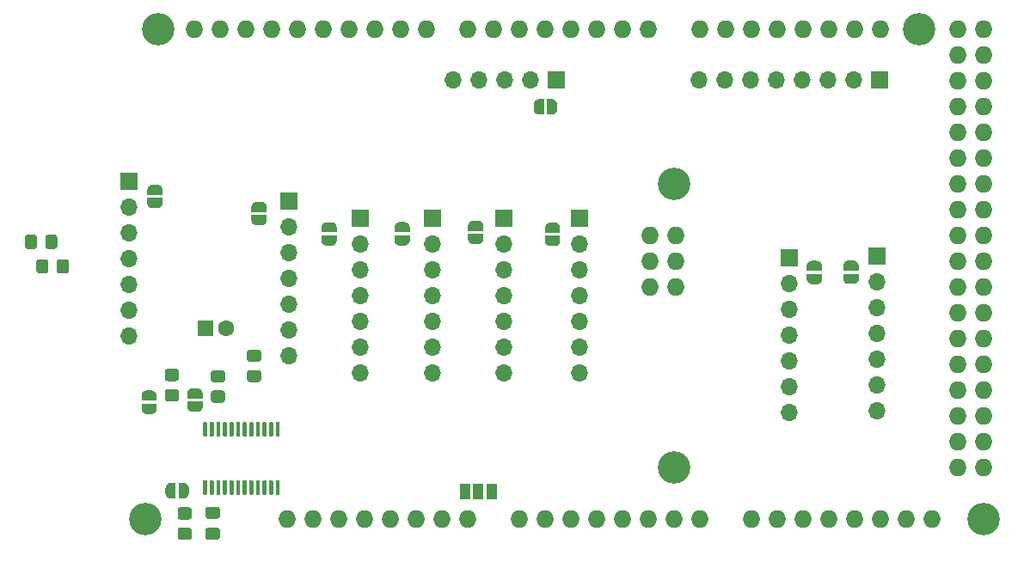
<source format=gbr>
%TF.GenerationSoftware,KiCad,Pcbnew,(5.1.10)-1*%
%TF.CreationDate,2022-02-23T23:36:43+01:00*%
%TF.ProjectId,E-nose,452d6e6f-7365-42e6-9b69-6361645f7063,rev?*%
%TF.SameCoordinates,Original*%
%TF.FileFunction,Soldermask,Bot*%
%TF.FilePolarity,Negative*%
%FSLAX46Y46*%
G04 Gerber Fmt 4.6, Leading zero omitted, Abs format (unit mm)*
G04 Created by KiCad (PCBNEW (5.1.10)-1) date 2022-02-23 23:36:43*
%MOMM*%
%LPD*%
G01*
G04 APERTURE LIST*
%ADD10C,0.100000*%
%ADD11O,1.727200X1.727200*%
%ADD12C,3.200000*%
%ADD13R,1.000000X1.500000*%
%ADD14R,1.600000X1.600000*%
%ADD15C,1.600000*%
%ADD16R,1.700000X1.700000*%
%ADD17O,1.700000X1.700000*%
G04 APERTURE END LIST*
D10*
%TO.C,JP6*%
G36*
X126974502Y-77251800D02*
G01*
X126974502Y-77227266D01*
X126979312Y-77178435D01*
X126988884Y-77130310D01*
X127003128Y-77083355D01*
X127021905Y-77038022D01*
X127045036Y-76994749D01*
X127072296Y-76953950D01*
X127103424Y-76916021D01*
X127138121Y-76881324D01*
X127176050Y-76850196D01*
X127216849Y-76822936D01*
X127260122Y-76799805D01*
X127305455Y-76781028D01*
X127352410Y-76766784D01*
X127400535Y-76757212D01*
X127449366Y-76752402D01*
X127473900Y-76752402D01*
X127473900Y-76751800D01*
X127973900Y-76751800D01*
X127973900Y-76752402D01*
X127998434Y-76752402D01*
X128047265Y-76757212D01*
X128095390Y-76766784D01*
X128142345Y-76781028D01*
X128187678Y-76799805D01*
X128230951Y-76822936D01*
X128271750Y-76850196D01*
X128309679Y-76881324D01*
X128344376Y-76916021D01*
X128375504Y-76953950D01*
X128402764Y-76994749D01*
X128425895Y-77038022D01*
X128444672Y-77083355D01*
X128458916Y-77130310D01*
X128468488Y-77178435D01*
X128473298Y-77227266D01*
X128473298Y-77251800D01*
X128473900Y-77251800D01*
X128473900Y-77751800D01*
X126973900Y-77751800D01*
X126973900Y-77251800D01*
X126974502Y-77251800D01*
G37*
G36*
X128473900Y-78051800D02*
G01*
X128473900Y-78551800D01*
X128473298Y-78551800D01*
X128473298Y-78576334D01*
X128468488Y-78625165D01*
X128458916Y-78673290D01*
X128444672Y-78720245D01*
X128425895Y-78765578D01*
X128402764Y-78808851D01*
X128375504Y-78849650D01*
X128344376Y-78887579D01*
X128309679Y-78922276D01*
X128271750Y-78953404D01*
X128230951Y-78980664D01*
X128187678Y-79003795D01*
X128142345Y-79022572D01*
X128095390Y-79036816D01*
X128047265Y-79046388D01*
X127998434Y-79051198D01*
X127973900Y-79051198D01*
X127973900Y-79051800D01*
X127473900Y-79051800D01*
X127473900Y-79051198D01*
X127449366Y-79051198D01*
X127400535Y-79046388D01*
X127352410Y-79036816D01*
X127305455Y-79022572D01*
X127260122Y-79003795D01*
X127216849Y-78980664D01*
X127176050Y-78953404D01*
X127138121Y-78922276D01*
X127103424Y-78887579D01*
X127072296Y-78849650D01*
X127045036Y-78808851D01*
X127021905Y-78765578D01*
X127003128Y-78720245D01*
X126988884Y-78673290D01*
X126979312Y-78625165D01*
X126974502Y-78576334D01*
X126974502Y-78551800D01*
X126973900Y-78551800D01*
X126973900Y-78051800D01*
X128473900Y-78051800D01*
G37*
%TD*%
%TO.C,JP7*%
G36*
X133870602Y-79256100D02*
G01*
X133870602Y-79231566D01*
X133875412Y-79182735D01*
X133884984Y-79134610D01*
X133899228Y-79087655D01*
X133918005Y-79042322D01*
X133941136Y-78999049D01*
X133968396Y-78958250D01*
X133999524Y-78920321D01*
X134034221Y-78885624D01*
X134072150Y-78854496D01*
X134112949Y-78827236D01*
X134156222Y-78804105D01*
X134201555Y-78785328D01*
X134248510Y-78771084D01*
X134296635Y-78761512D01*
X134345466Y-78756702D01*
X134370000Y-78756702D01*
X134370000Y-78756100D01*
X134870000Y-78756100D01*
X134870000Y-78756702D01*
X134894534Y-78756702D01*
X134943365Y-78761512D01*
X134991490Y-78771084D01*
X135038445Y-78785328D01*
X135083778Y-78804105D01*
X135127051Y-78827236D01*
X135167850Y-78854496D01*
X135205779Y-78885624D01*
X135240476Y-78920321D01*
X135271604Y-78958250D01*
X135298864Y-78999049D01*
X135321995Y-79042322D01*
X135340772Y-79087655D01*
X135355016Y-79134610D01*
X135364588Y-79182735D01*
X135369398Y-79231566D01*
X135369398Y-79256100D01*
X135370000Y-79256100D01*
X135370000Y-79756100D01*
X133870000Y-79756100D01*
X133870000Y-79256100D01*
X133870602Y-79256100D01*
G37*
G36*
X135370000Y-80056100D02*
G01*
X135370000Y-80556100D01*
X135369398Y-80556100D01*
X135369398Y-80580634D01*
X135364588Y-80629465D01*
X135355016Y-80677590D01*
X135340772Y-80724545D01*
X135321995Y-80769878D01*
X135298864Y-80813151D01*
X135271604Y-80853950D01*
X135240476Y-80891879D01*
X135205779Y-80926576D01*
X135167850Y-80957704D01*
X135127051Y-80984964D01*
X135083778Y-81008095D01*
X135038445Y-81026872D01*
X134991490Y-81041116D01*
X134943365Y-81050688D01*
X134894534Y-81055498D01*
X134870000Y-81055498D01*
X134870000Y-81056100D01*
X134370000Y-81056100D01*
X134370000Y-81055498D01*
X134345466Y-81055498D01*
X134296635Y-81050688D01*
X134248510Y-81041116D01*
X134201555Y-81026872D01*
X134156222Y-81008095D01*
X134112949Y-80984964D01*
X134072150Y-80957704D01*
X134034221Y-80926576D01*
X133999524Y-80891879D01*
X133968396Y-80853950D01*
X133941136Y-80813151D01*
X133918005Y-80769878D01*
X133899228Y-80724545D01*
X133884984Y-80677590D01*
X133875412Y-80629465D01*
X133870602Y-80580634D01*
X133870602Y-80556100D01*
X133870000Y-80556100D01*
X133870000Y-80056100D01*
X135370000Y-80056100D01*
G37*
%TD*%
%TO.C,JP8*%
G36*
X141058802Y-79248000D02*
G01*
X141058802Y-79223466D01*
X141063612Y-79174635D01*
X141073184Y-79126510D01*
X141087428Y-79079555D01*
X141106205Y-79034222D01*
X141129336Y-78990949D01*
X141156596Y-78950150D01*
X141187724Y-78912221D01*
X141222421Y-78877524D01*
X141260350Y-78846396D01*
X141301149Y-78819136D01*
X141344422Y-78796005D01*
X141389755Y-78777228D01*
X141436710Y-78762984D01*
X141484835Y-78753412D01*
X141533666Y-78748602D01*
X141558200Y-78748602D01*
X141558200Y-78748000D01*
X142058200Y-78748000D01*
X142058200Y-78748602D01*
X142082734Y-78748602D01*
X142131565Y-78753412D01*
X142179690Y-78762984D01*
X142226645Y-78777228D01*
X142271978Y-78796005D01*
X142315251Y-78819136D01*
X142356050Y-78846396D01*
X142393979Y-78877524D01*
X142428676Y-78912221D01*
X142459804Y-78950150D01*
X142487064Y-78990949D01*
X142510195Y-79034222D01*
X142528972Y-79079555D01*
X142543216Y-79126510D01*
X142552788Y-79174635D01*
X142557598Y-79223466D01*
X142557598Y-79248000D01*
X142558200Y-79248000D01*
X142558200Y-79748000D01*
X141058200Y-79748000D01*
X141058200Y-79248000D01*
X141058802Y-79248000D01*
G37*
G36*
X142558200Y-80048000D02*
G01*
X142558200Y-80548000D01*
X142557598Y-80548000D01*
X142557598Y-80572534D01*
X142552788Y-80621365D01*
X142543216Y-80669490D01*
X142528972Y-80716445D01*
X142510195Y-80761778D01*
X142487064Y-80805051D01*
X142459804Y-80845850D01*
X142428676Y-80883779D01*
X142393979Y-80918476D01*
X142356050Y-80949604D01*
X142315251Y-80976864D01*
X142271978Y-80999995D01*
X142226645Y-81018772D01*
X142179690Y-81033016D01*
X142131565Y-81042588D01*
X142082734Y-81047398D01*
X142058200Y-81047398D01*
X142058200Y-81048000D01*
X141558200Y-81048000D01*
X141558200Y-81047398D01*
X141533666Y-81047398D01*
X141484835Y-81042588D01*
X141436710Y-81033016D01*
X141389755Y-81018772D01*
X141344422Y-80999995D01*
X141301149Y-80976864D01*
X141260350Y-80949604D01*
X141222421Y-80918476D01*
X141187724Y-80883779D01*
X141156596Y-80845850D01*
X141129336Y-80805051D01*
X141106205Y-80761778D01*
X141087428Y-80716445D01*
X141073184Y-80669490D01*
X141063612Y-80621365D01*
X141058802Y-80572534D01*
X141058802Y-80548000D01*
X141058200Y-80548000D01*
X141058200Y-80048000D01*
X142558200Y-80048000D01*
G37*
%TD*%
%TO.C,JP9*%
G36*
X148310502Y-79103700D02*
G01*
X148310502Y-79079166D01*
X148315312Y-79030335D01*
X148324884Y-78982210D01*
X148339128Y-78935255D01*
X148357905Y-78889922D01*
X148381036Y-78846649D01*
X148408296Y-78805850D01*
X148439424Y-78767921D01*
X148474121Y-78733224D01*
X148512050Y-78702096D01*
X148552849Y-78674836D01*
X148596122Y-78651705D01*
X148641455Y-78632928D01*
X148688410Y-78618684D01*
X148736535Y-78609112D01*
X148785366Y-78604302D01*
X148809900Y-78604302D01*
X148809900Y-78603700D01*
X149309900Y-78603700D01*
X149309900Y-78604302D01*
X149334434Y-78604302D01*
X149383265Y-78609112D01*
X149431390Y-78618684D01*
X149478345Y-78632928D01*
X149523678Y-78651705D01*
X149566951Y-78674836D01*
X149607750Y-78702096D01*
X149645679Y-78733224D01*
X149680376Y-78767921D01*
X149711504Y-78805850D01*
X149738764Y-78846649D01*
X149761895Y-78889922D01*
X149780672Y-78935255D01*
X149794916Y-78982210D01*
X149804488Y-79030335D01*
X149809298Y-79079166D01*
X149809298Y-79103700D01*
X149809900Y-79103700D01*
X149809900Y-79603700D01*
X148309900Y-79603700D01*
X148309900Y-79103700D01*
X148310502Y-79103700D01*
G37*
G36*
X149809900Y-79903700D02*
G01*
X149809900Y-80403700D01*
X149809298Y-80403700D01*
X149809298Y-80428234D01*
X149804488Y-80477065D01*
X149794916Y-80525190D01*
X149780672Y-80572145D01*
X149761895Y-80617478D01*
X149738764Y-80660751D01*
X149711504Y-80701550D01*
X149680376Y-80739479D01*
X149645679Y-80774176D01*
X149607750Y-80805304D01*
X149566951Y-80832564D01*
X149523678Y-80855695D01*
X149478345Y-80874472D01*
X149431390Y-80888716D01*
X149383265Y-80898288D01*
X149334434Y-80903098D01*
X149309900Y-80903098D01*
X149309900Y-80903700D01*
X148809900Y-80903700D01*
X148809900Y-80903098D01*
X148785366Y-80903098D01*
X148736535Y-80898288D01*
X148688410Y-80888716D01*
X148641455Y-80874472D01*
X148596122Y-80855695D01*
X148552849Y-80832564D01*
X148512050Y-80805304D01*
X148474121Y-80774176D01*
X148439424Y-80739479D01*
X148408296Y-80701550D01*
X148381036Y-80660751D01*
X148357905Y-80617478D01*
X148339128Y-80572145D01*
X148324884Y-80525190D01*
X148315312Y-80477065D01*
X148310502Y-80428234D01*
X148310502Y-80403700D01*
X148309900Y-80403700D01*
X148309900Y-79903700D01*
X149809900Y-79903700D01*
G37*
%TD*%
%TO.C,JP10*%
G36*
X155867002Y-79306900D02*
G01*
X155867002Y-79282366D01*
X155871812Y-79233535D01*
X155881384Y-79185410D01*
X155895628Y-79138455D01*
X155914405Y-79093122D01*
X155937536Y-79049849D01*
X155964796Y-79009050D01*
X155995924Y-78971121D01*
X156030621Y-78936424D01*
X156068550Y-78905296D01*
X156109349Y-78878036D01*
X156152622Y-78854905D01*
X156197955Y-78836128D01*
X156244910Y-78821884D01*
X156293035Y-78812312D01*
X156341866Y-78807502D01*
X156366400Y-78807502D01*
X156366400Y-78806900D01*
X156866400Y-78806900D01*
X156866400Y-78807502D01*
X156890934Y-78807502D01*
X156939765Y-78812312D01*
X156987890Y-78821884D01*
X157034845Y-78836128D01*
X157080178Y-78854905D01*
X157123451Y-78878036D01*
X157164250Y-78905296D01*
X157202179Y-78936424D01*
X157236876Y-78971121D01*
X157268004Y-79009050D01*
X157295264Y-79049849D01*
X157318395Y-79093122D01*
X157337172Y-79138455D01*
X157351416Y-79185410D01*
X157360988Y-79233535D01*
X157365798Y-79282366D01*
X157365798Y-79306900D01*
X157366400Y-79306900D01*
X157366400Y-79806900D01*
X155866400Y-79806900D01*
X155866400Y-79306900D01*
X155867002Y-79306900D01*
G37*
G36*
X157366400Y-80106900D02*
G01*
X157366400Y-80606900D01*
X157365798Y-80606900D01*
X157365798Y-80631434D01*
X157360988Y-80680265D01*
X157351416Y-80728390D01*
X157337172Y-80775345D01*
X157318395Y-80820678D01*
X157295264Y-80863951D01*
X157268004Y-80904750D01*
X157236876Y-80942679D01*
X157202179Y-80977376D01*
X157164250Y-81008504D01*
X157123451Y-81035764D01*
X157080178Y-81058895D01*
X157034845Y-81077672D01*
X156987890Y-81091916D01*
X156939765Y-81101488D01*
X156890934Y-81106298D01*
X156866400Y-81106298D01*
X156866400Y-81106900D01*
X156366400Y-81106900D01*
X156366400Y-81106298D01*
X156341866Y-81106298D01*
X156293035Y-81101488D01*
X156244910Y-81091916D01*
X156197955Y-81077672D01*
X156152622Y-81058895D01*
X156109349Y-81035764D01*
X156068550Y-81008504D01*
X156030621Y-80977376D01*
X155995924Y-80942679D01*
X155964796Y-80904750D01*
X155937536Y-80863951D01*
X155914405Y-80820678D01*
X155895628Y-80775345D01*
X155881384Y-80728390D01*
X155871812Y-80680265D01*
X155867002Y-80631434D01*
X155867002Y-80606900D01*
X155866400Y-80606900D01*
X155866400Y-80106900D01*
X157366400Y-80106900D01*
G37*
%TD*%
%TO.C,JP11*%
G36*
X181660702Y-83058000D02*
G01*
X181660702Y-83033466D01*
X181665512Y-82984635D01*
X181675084Y-82936510D01*
X181689328Y-82889555D01*
X181708105Y-82844222D01*
X181731236Y-82800949D01*
X181758496Y-82760150D01*
X181789624Y-82722221D01*
X181824321Y-82687524D01*
X181862250Y-82656396D01*
X181903049Y-82629136D01*
X181946322Y-82606005D01*
X181991655Y-82587228D01*
X182038610Y-82572984D01*
X182086735Y-82563412D01*
X182135566Y-82558602D01*
X182160100Y-82558602D01*
X182160100Y-82558000D01*
X182660100Y-82558000D01*
X182660100Y-82558602D01*
X182684634Y-82558602D01*
X182733465Y-82563412D01*
X182781590Y-82572984D01*
X182828545Y-82587228D01*
X182873878Y-82606005D01*
X182917151Y-82629136D01*
X182957950Y-82656396D01*
X182995879Y-82687524D01*
X183030576Y-82722221D01*
X183061704Y-82760150D01*
X183088964Y-82800949D01*
X183112095Y-82844222D01*
X183130872Y-82889555D01*
X183145116Y-82936510D01*
X183154688Y-82984635D01*
X183159498Y-83033466D01*
X183159498Y-83058000D01*
X183160100Y-83058000D01*
X183160100Y-83558000D01*
X181660100Y-83558000D01*
X181660100Y-83058000D01*
X181660702Y-83058000D01*
G37*
G36*
X183160100Y-83858000D02*
G01*
X183160100Y-84358000D01*
X183159498Y-84358000D01*
X183159498Y-84382534D01*
X183154688Y-84431365D01*
X183145116Y-84479490D01*
X183130872Y-84526445D01*
X183112095Y-84571778D01*
X183088964Y-84615051D01*
X183061704Y-84655850D01*
X183030576Y-84693779D01*
X182995879Y-84728476D01*
X182957950Y-84759604D01*
X182917151Y-84786864D01*
X182873878Y-84809995D01*
X182828545Y-84828772D01*
X182781590Y-84843016D01*
X182733465Y-84852588D01*
X182684634Y-84857398D01*
X182660100Y-84857398D01*
X182660100Y-84858000D01*
X182160100Y-84858000D01*
X182160100Y-84857398D01*
X182135566Y-84857398D01*
X182086735Y-84852588D01*
X182038610Y-84843016D01*
X181991655Y-84828772D01*
X181946322Y-84809995D01*
X181903049Y-84786864D01*
X181862250Y-84759604D01*
X181824321Y-84728476D01*
X181789624Y-84693779D01*
X181758496Y-84655850D01*
X181731236Y-84615051D01*
X181708105Y-84571778D01*
X181689328Y-84526445D01*
X181675084Y-84479490D01*
X181665512Y-84431365D01*
X181660702Y-84382534D01*
X181660702Y-84358000D01*
X181660100Y-84358000D01*
X181660100Y-83858000D01*
X183160100Y-83858000D01*
G37*
%TD*%
D11*
%TO.C,XA1*%
X166179500Y-85140800D03*
X168719500Y-85140800D03*
X168719500Y-82600800D03*
X166179500Y-82600800D03*
X168719500Y-80060800D03*
X153352500Y-108000800D03*
X148272500Y-108000800D03*
X145732500Y-108000800D03*
X143192500Y-108000800D03*
X140652500Y-108000800D03*
X138112500Y-108000800D03*
X135572500Y-108000800D03*
X133032500Y-108000800D03*
X188912500Y-59740800D03*
X186372500Y-59740800D03*
X183832500Y-59740800D03*
X181292500Y-59740800D03*
X178752500Y-59740800D03*
X176212500Y-59740800D03*
X173672500Y-59740800D03*
X171132500Y-59740800D03*
X166052500Y-59740800D03*
X163512500Y-59740800D03*
X160972500Y-59740800D03*
X158432500Y-59740800D03*
X155892500Y-59740800D03*
X153352500Y-59740800D03*
X150812500Y-59740800D03*
X148272500Y-59740800D03*
X128968500Y-59740800D03*
X144208500Y-59740800D03*
X141668500Y-59740800D03*
X139128500Y-59740800D03*
D12*
X168592500Y-102920800D03*
X168592500Y-74980800D03*
X192722500Y-59740800D03*
X117792500Y-59740800D03*
X199072500Y-108000800D03*
X116522500Y-108000800D03*
D11*
X121348500Y-59740800D03*
X123888500Y-59740800D03*
X126428500Y-59740800D03*
X131508500Y-59740800D03*
X134048500Y-59740800D03*
X136588500Y-59740800D03*
X130492500Y-108000800D03*
X155892500Y-108000800D03*
X158432500Y-108000800D03*
X160972500Y-108000800D03*
X163512500Y-108000800D03*
X166052500Y-108000800D03*
X168592500Y-108000800D03*
X171132500Y-108000800D03*
X176212500Y-108000800D03*
X178752500Y-108000800D03*
X181292500Y-108000800D03*
X183832500Y-108000800D03*
X186372500Y-108000800D03*
X188912500Y-108000800D03*
X191452500Y-108000800D03*
X193992500Y-108000800D03*
X196532500Y-59740800D03*
X199072500Y-59740800D03*
X196532500Y-62280800D03*
X199072500Y-62280800D03*
X196532500Y-64820800D03*
X199072500Y-64820800D03*
X196532500Y-67360800D03*
X199072500Y-67360800D03*
X196532500Y-69900800D03*
X199072500Y-69900800D03*
X196532500Y-72440800D03*
X199072500Y-72440800D03*
X196532500Y-74980800D03*
X199072500Y-74980800D03*
X196532500Y-77520800D03*
X199072500Y-77520800D03*
X196532500Y-80060800D03*
X199072500Y-80060800D03*
X196532500Y-82600800D03*
X199072500Y-82600800D03*
X196532500Y-85140800D03*
X199072500Y-85140800D03*
X196532500Y-87680800D03*
X199072500Y-87680800D03*
X196532500Y-90220800D03*
X199072500Y-90220800D03*
X196532500Y-92760800D03*
X199072500Y-92760800D03*
X196532500Y-95300800D03*
X199072500Y-95300800D03*
X196532500Y-97840800D03*
X199072500Y-97840800D03*
X196532500Y-100380800D03*
X199072500Y-100380800D03*
X196532500Y-102920800D03*
X199072500Y-102920800D03*
X166179500Y-80060800D03*
%TD*%
%TO.C,R1*%
G36*
G01*
X119588701Y-96418200D02*
X118688699Y-96418200D01*
G75*
G02*
X118438700Y-96168201I0J249999D01*
G01*
X118438700Y-95468199D01*
G75*
G02*
X118688699Y-95218200I249999J0D01*
G01*
X119588701Y-95218200D01*
G75*
G02*
X119838700Y-95468199I0J-249999D01*
G01*
X119838700Y-96168201D01*
G75*
G02*
X119588701Y-96418200I-249999J0D01*
G01*
G37*
G36*
G01*
X119588701Y-94418200D02*
X118688699Y-94418200D01*
G75*
G02*
X118438700Y-94168201I0J249999D01*
G01*
X118438700Y-93468199D01*
G75*
G02*
X118688699Y-93218200I249999J0D01*
G01*
X119588701Y-93218200D01*
G75*
G02*
X119838700Y-93468199I0J-249999D01*
G01*
X119838700Y-94168201D01*
G75*
G02*
X119588701Y-94418200I-249999J0D01*
G01*
G37*
%TD*%
%TO.C,R2*%
G36*
G01*
X124122601Y-94545200D02*
X123222599Y-94545200D01*
G75*
G02*
X122972600Y-94295201I0J249999D01*
G01*
X122972600Y-93595199D01*
G75*
G02*
X123222599Y-93345200I249999J0D01*
G01*
X124122601Y-93345200D01*
G75*
G02*
X124372600Y-93595199I0J-249999D01*
G01*
X124372600Y-94295201D01*
G75*
G02*
X124122601Y-94545200I-249999J0D01*
G01*
G37*
G36*
G01*
X124122601Y-96545200D02*
X123222599Y-96545200D01*
G75*
G02*
X122972600Y-96295201I0J249999D01*
G01*
X122972600Y-95595199D01*
G75*
G02*
X123222599Y-95345200I249999J0D01*
G01*
X124122601Y-95345200D01*
G75*
G02*
X124372600Y-95595199I0J-249999D01*
G01*
X124372600Y-96295201D01*
G75*
G02*
X124122601Y-96545200I-249999J0D01*
G01*
G37*
%TD*%
%TO.C,R3*%
G36*
G01*
X119945999Y-106854700D02*
X120846001Y-106854700D01*
G75*
G02*
X121096000Y-107104699I0J-249999D01*
G01*
X121096000Y-107804701D01*
G75*
G02*
X120846001Y-108054700I-249999J0D01*
G01*
X119945999Y-108054700D01*
G75*
G02*
X119696000Y-107804701I0J249999D01*
G01*
X119696000Y-107104699D01*
G75*
G02*
X119945999Y-106854700I249999J0D01*
G01*
G37*
G36*
G01*
X119945999Y-108854700D02*
X120846001Y-108854700D01*
G75*
G02*
X121096000Y-109104699I0J-249999D01*
G01*
X121096000Y-109804701D01*
G75*
G02*
X120846001Y-110054700I-249999J0D01*
G01*
X119945999Y-110054700D01*
G75*
G02*
X119696000Y-109804701I0J249999D01*
G01*
X119696000Y-109104699D01*
G75*
G02*
X119945999Y-108854700I249999J0D01*
G01*
G37*
%TD*%
%TO.C,R4*%
G36*
G01*
X127678601Y-92516500D02*
X126778599Y-92516500D01*
G75*
G02*
X126528600Y-92266501I0J249999D01*
G01*
X126528600Y-91566499D01*
G75*
G02*
X126778599Y-91316500I249999J0D01*
G01*
X127678601Y-91316500D01*
G75*
G02*
X127928600Y-91566499I0J-249999D01*
G01*
X127928600Y-92266501D01*
G75*
G02*
X127678601Y-92516500I-249999J0D01*
G01*
G37*
G36*
G01*
X127678601Y-94516500D02*
X126778599Y-94516500D01*
G75*
G02*
X126528600Y-94266501I0J249999D01*
G01*
X126528600Y-93566499D01*
G75*
G02*
X126778599Y-93316500I249999J0D01*
G01*
X127678601Y-93316500D01*
G75*
G02*
X127928600Y-93566499I0J-249999D01*
G01*
X127928600Y-94266501D01*
G75*
G02*
X127678601Y-94516500I-249999J0D01*
G01*
G37*
%TD*%
%TO.C,U1*%
G36*
G01*
X122309000Y-98431800D02*
X122509000Y-98431800D01*
G75*
G02*
X122609000Y-98531800I0J-100000D01*
G01*
X122609000Y-99806800D01*
G75*
G02*
X122509000Y-99906800I-100000J0D01*
G01*
X122309000Y-99906800D01*
G75*
G02*
X122209000Y-99806800I0J100000D01*
G01*
X122209000Y-98531800D01*
G75*
G02*
X122309000Y-98431800I100000J0D01*
G01*
G37*
G36*
G01*
X122959000Y-98431800D02*
X123159000Y-98431800D01*
G75*
G02*
X123259000Y-98531800I0J-100000D01*
G01*
X123259000Y-99806800D01*
G75*
G02*
X123159000Y-99906800I-100000J0D01*
G01*
X122959000Y-99906800D01*
G75*
G02*
X122859000Y-99806800I0J100000D01*
G01*
X122859000Y-98531800D01*
G75*
G02*
X122959000Y-98431800I100000J0D01*
G01*
G37*
G36*
G01*
X123609000Y-98431800D02*
X123809000Y-98431800D01*
G75*
G02*
X123909000Y-98531800I0J-100000D01*
G01*
X123909000Y-99806800D01*
G75*
G02*
X123809000Y-99906800I-100000J0D01*
G01*
X123609000Y-99906800D01*
G75*
G02*
X123509000Y-99806800I0J100000D01*
G01*
X123509000Y-98531800D01*
G75*
G02*
X123609000Y-98431800I100000J0D01*
G01*
G37*
G36*
G01*
X124259000Y-98431800D02*
X124459000Y-98431800D01*
G75*
G02*
X124559000Y-98531800I0J-100000D01*
G01*
X124559000Y-99806800D01*
G75*
G02*
X124459000Y-99906800I-100000J0D01*
G01*
X124259000Y-99906800D01*
G75*
G02*
X124159000Y-99806800I0J100000D01*
G01*
X124159000Y-98531800D01*
G75*
G02*
X124259000Y-98431800I100000J0D01*
G01*
G37*
G36*
G01*
X124909000Y-98431800D02*
X125109000Y-98431800D01*
G75*
G02*
X125209000Y-98531800I0J-100000D01*
G01*
X125209000Y-99806800D01*
G75*
G02*
X125109000Y-99906800I-100000J0D01*
G01*
X124909000Y-99906800D01*
G75*
G02*
X124809000Y-99806800I0J100000D01*
G01*
X124809000Y-98531800D01*
G75*
G02*
X124909000Y-98431800I100000J0D01*
G01*
G37*
G36*
G01*
X125559000Y-98431800D02*
X125759000Y-98431800D01*
G75*
G02*
X125859000Y-98531800I0J-100000D01*
G01*
X125859000Y-99806800D01*
G75*
G02*
X125759000Y-99906800I-100000J0D01*
G01*
X125559000Y-99906800D01*
G75*
G02*
X125459000Y-99806800I0J100000D01*
G01*
X125459000Y-98531800D01*
G75*
G02*
X125559000Y-98431800I100000J0D01*
G01*
G37*
G36*
G01*
X126209000Y-98431800D02*
X126409000Y-98431800D01*
G75*
G02*
X126509000Y-98531800I0J-100000D01*
G01*
X126509000Y-99806800D01*
G75*
G02*
X126409000Y-99906800I-100000J0D01*
G01*
X126209000Y-99906800D01*
G75*
G02*
X126109000Y-99806800I0J100000D01*
G01*
X126109000Y-98531800D01*
G75*
G02*
X126209000Y-98431800I100000J0D01*
G01*
G37*
G36*
G01*
X126859000Y-98431800D02*
X127059000Y-98431800D01*
G75*
G02*
X127159000Y-98531800I0J-100000D01*
G01*
X127159000Y-99806800D01*
G75*
G02*
X127059000Y-99906800I-100000J0D01*
G01*
X126859000Y-99906800D01*
G75*
G02*
X126759000Y-99806800I0J100000D01*
G01*
X126759000Y-98531800D01*
G75*
G02*
X126859000Y-98431800I100000J0D01*
G01*
G37*
G36*
G01*
X127509000Y-98431800D02*
X127709000Y-98431800D01*
G75*
G02*
X127809000Y-98531800I0J-100000D01*
G01*
X127809000Y-99806800D01*
G75*
G02*
X127709000Y-99906800I-100000J0D01*
G01*
X127509000Y-99906800D01*
G75*
G02*
X127409000Y-99806800I0J100000D01*
G01*
X127409000Y-98531800D01*
G75*
G02*
X127509000Y-98431800I100000J0D01*
G01*
G37*
G36*
G01*
X128159000Y-98431800D02*
X128359000Y-98431800D01*
G75*
G02*
X128459000Y-98531800I0J-100000D01*
G01*
X128459000Y-99806800D01*
G75*
G02*
X128359000Y-99906800I-100000J0D01*
G01*
X128159000Y-99906800D01*
G75*
G02*
X128059000Y-99806800I0J100000D01*
G01*
X128059000Y-98531800D01*
G75*
G02*
X128159000Y-98431800I100000J0D01*
G01*
G37*
G36*
G01*
X128809000Y-98431800D02*
X129009000Y-98431800D01*
G75*
G02*
X129109000Y-98531800I0J-100000D01*
G01*
X129109000Y-99806800D01*
G75*
G02*
X129009000Y-99906800I-100000J0D01*
G01*
X128809000Y-99906800D01*
G75*
G02*
X128709000Y-99806800I0J100000D01*
G01*
X128709000Y-98531800D01*
G75*
G02*
X128809000Y-98431800I100000J0D01*
G01*
G37*
G36*
G01*
X129459000Y-98431800D02*
X129659000Y-98431800D01*
G75*
G02*
X129759000Y-98531800I0J-100000D01*
G01*
X129759000Y-99806800D01*
G75*
G02*
X129659000Y-99906800I-100000J0D01*
G01*
X129459000Y-99906800D01*
G75*
G02*
X129359000Y-99806800I0J100000D01*
G01*
X129359000Y-98531800D01*
G75*
G02*
X129459000Y-98431800I100000J0D01*
G01*
G37*
G36*
G01*
X129459000Y-104156800D02*
X129659000Y-104156800D01*
G75*
G02*
X129759000Y-104256800I0J-100000D01*
G01*
X129759000Y-105531800D01*
G75*
G02*
X129659000Y-105631800I-100000J0D01*
G01*
X129459000Y-105631800D01*
G75*
G02*
X129359000Y-105531800I0J100000D01*
G01*
X129359000Y-104256800D01*
G75*
G02*
X129459000Y-104156800I100000J0D01*
G01*
G37*
G36*
G01*
X128809000Y-104156800D02*
X129009000Y-104156800D01*
G75*
G02*
X129109000Y-104256800I0J-100000D01*
G01*
X129109000Y-105531800D01*
G75*
G02*
X129009000Y-105631800I-100000J0D01*
G01*
X128809000Y-105631800D01*
G75*
G02*
X128709000Y-105531800I0J100000D01*
G01*
X128709000Y-104256800D01*
G75*
G02*
X128809000Y-104156800I100000J0D01*
G01*
G37*
G36*
G01*
X128159000Y-104156800D02*
X128359000Y-104156800D01*
G75*
G02*
X128459000Y-104256800I0J-100000D01*
G01*
X128459000Y-105531800D01*
G75*
G02*
X128359000Y-105631800I-100000J0D01*
G01*
X128159000Y-105631800D01*
G75*
G02*
X128059000Y-105531800I0J100000D01*
G01*
X128059000Y-104256800D01*
G75*
G02*
X128159000Y-104156800I100000J0D01*
G01*
G37*
G36*
G01*
X127509000Y-104156800D02*
X127709000Y-104156800D01*
G75*
G02*
X127809000Y-104256800I0J-100000D01*
G01*
X127809000Y-105531800D01*
G75*
G02*
X127709000Y-105631800I-100000J0D01*
G01*
X127509000Y-105631800D01*
G75*
G02*
X127409000Y-105531800I0J100000D01*
G01*
X127409000Y-104256800D01*
G75*
G02*
X127509000Y-104156800I100000J0D01*
G01*
G37*
G36*
G01*
X126859000Y-104156800D02*
X127059000Y-104156800D01*
G75*
G02*
X127159000Y-104256800I0J-100000D01*
G01*
X127159000Y-105531800D01*
G75*
G02*
X127059000Y-105631800I-100000J0D01*
G01*
X126859000Y-105631800D01*
G75*
G02*
X126759000Y-105531800I0J100000D01*
G01*
X126759000Y-104256800D01*
G75*
G02*
X126859000Y-104156800I100000J0D01*
G01*
G37*
G36*
G01*
X126209000Y-104156800D02*
X126409000Y-104156800D01*
G75*
G02*
X126509000Y-104256800I0J-100000D01*
G01*
X126509000Y-105531800D01*
G75*
G02*
X126409000Y-105631800I-100000J0D01*
G01*
X126209000Y-105631800D01*
G75*
G02*
X126109000Y-105531800I0J100000D01*
G01*
X126109000Y-104256800D01*
G75*
G02*
X126209000Y-104156800I100000J0D01*
G01*
G37*
G36*
G01*
X125559000Y-104156800D02*
X125759000Y-104156800D01*
G75*
G02*
X125859000Y-104256800I0J-100000D01*
G01*
X125859000Y-105531800D01*
G75*
G02*
X125759000Y-105631800I-100000J0D01*
G01*
X125559000Y-105631800D01*
G75*
G02*
X125459000Y-105531800I0J100000D01*
G01*
X125459000Y-104256800D01*
G75*
G02*
X125559000Y-104156800I100000J0D01*
G01*
G37*
G36*
G01*
X124909000Y-104156800D02*
X125109000Y-104156800D01*
G75*
G02*
X125209000Y-104256800I0J-100000D01*
G01*
X125209000Y-105531800D01*
G75*
G02*
X125109000Y-105631800I-100000J0D01*
G01*
X124909000Y-105631800D01*
G75*
G02*
X124809000Y-105531800I0J100000D01*
G01*
X124809000Y-104256800D01*
G75*
G02*
X124909000Y-104156800I100000J0D01*
G01*
G37*
G36*
G01*
X124259000Y-104156800D02*
X124459000Y-104156800D01*
G75*
G02*
X124559000Y-104256800I0J-100000D01*
G01*
X124559000Y-105531800D01*
G75*
G02*
X124459000Y-105631800I-100000J0D01*
G01*
X124259000Y-105631800D01*
G75*
G02*
X124159000Y-105531800I0J100000D01*
G01*
X124159000Y-104256800D01*
G75*
G02*
X124259000Y-104156800I100000J0D01*
G01*
G37*
G36*
G01*
X123609000Y-104156800D02*
X123809000Y-104156800D01*
G75*
G02*
X123909000Y-104256800I0J-100000D01*
G01*
X123909000Y-105531800D01*
G75*
G02*
X123809000Y-105631800I-100000J0D01*
G01*
X123609000Y-105631800D01*
G75*
G02*
X123509000Y-105531800I0J100000D01*
G01*
X123509000Y-104256800D01*
G75*
G02*
X123609000Y-104156800I100000J0D01*
G01*
G37*
G36*
G01*
X122959000Y-104156800D02*
X123159000Y-104156800D01*
G75*
G02*
X123259000Y-104256800I0J-100000D01*
G01*
X123259000Y-105531800D01*
G75*
G02*
X123159000Y-105631800I-100000J0D01*
G01*
X122959000Y-105631800D01*
G75*
G02*
X122859000Y-105531800I0J100000D01*
G01*
X122859000Y-104256800D01*
G75*
G02*
X122959000Y-104156800I100000J0D01*
G01*
G37*
G36*
G01*
X122309000Y-104156800D02*
X122509000Y-104156800D01*
G75*
G02*
X122609000Y-104256800I0J-100000D01*
G01*
X122609000Y-105531800D01*
G75*
G02*
X122509000Y-105631800I-100000J0D01*
G01*
X122309000Y-105631800D01*
G75*
G02*
X122209000Y-105531800I0J100000D01*
G01*
X122209000Y-104256800D01*
G75*
G02*
X122309000Y-104156800I100000J0D01*
G01*
G37*
%TD*%
D13*
%TO.C,JP1*%
X150618500Y-105283000D03*
X148018500Y-105283000D03*
X149318500Y-105283000D03*
%TD*%
D10*
%TO.C,JP3*%
G36*
X120662602Y-95628700D02*
G01*
X120662602Y-95604166D01*
X120667412Y-95555335D01*
X120676984Y-95507210D01*
X120691228Y-95460255D01*
X120710005Y-95414922D01*
X120733136Y-95371649D01*
X120760396Y-95330850D01*
X120791524Y-95292921D01*
X120826221Y-95258224D01*
X120864150Y-95227096D01*
X120904949Y-95199836D01*
X120948222Y-95176705D01*
X120993555Y-95157928D01*
X121040510Y-95143684D01*
X121088635Y-95134112D01*
X121137466Y-95129302D01*
X121162000Y-95129302D01*
X121162000Y-95128700D01*
X121662000Y-95128700D01*
X121662000Y-95129302D01*
X121686534Y-95129302D01*
X121735365Y-95134112D01*
X121783490Y-95143684D01*
X121830445Y-95157928D01*
X121875778Y-95176705D01*
X121919051Y-95199836D01*
X121959850Y-95227096D01*
X121997779Y-95258224D01*
X122032476Y-95292921D01*
X122063604Y-95330850D01*
X122090864Y-95371649D01*
X122113995Y-95414922D01*
X122132772Y-95460255D01*
X122147016Y-95507210D01*
X122156588Y-95555335D01*
X122161398Y-95604166D01*
X122161398Y-95628700D01*
X122162000Y-95628700D01*
X122162000Y-96128700D01*
X120662000Y-96128700D01*
X120662000Y-95628700D01*
X120662602Y-95628700D01*
G37*
G36*
X122162000Y-96428700D02*
G01*
X122162000Y-96928700D01*
X122161398Y-96928700D01*
X122161398Y-96953234D01*
X122156588Y-97002065D01*
X122147016Y-97050190D01*
X122132772Y-97097145D01*
X122113995Y-97142478D01*
X122090864Y-97185751D01*
X122063604Y-97226550D01*
X122032476Y-97264479D01*
X121997779Y-97299176D01*
X121959850Y-97330304D01*
X121919051Y-97357564D01*
X121875778Y-97380695D01*
X121830445Y-97399472D01*
X121783490Y-97413716D01*
X121735365Y-97423288D01*
X121686534Y-97428098D01*
X121662000Y-97428098D01*
X121662000Y-97428700D01*
X121162000Y-97428700D01*
X121162000Y-97428098D01*
X121137466Y-97428098D01*
X121088635Y-97423288D01*
X121040510Y-97413716D01*
X120993555Y-97399472D01*
X120948222Y-97380695D01*
X120904949Y-97357564D01*
X120864150Y-97330304D01*
X120826221Y-97299176D01*
X120791524Y-97264479D01*
X120760396Y-97226550D01*
X120733136Y-97185751D01*
X120710005Y-97142478D01*
X120691228Y-97097145D01*
X120676984Y-97050190D01*
X120667412Y-97002065D01*
X120662602Y-96953234D01*
X120662602Y-96928700D01*
X120662000Y-96928700D01*
X120662000Y-96428700D01*
X122162000Y-96428700D01*
G37*
%TD*%
%TO.C,JP4*%
G36*
X119507100Y-105956800D02*
G01*
X119007100Y-105956800D01*
X119007100Y-105956198D01*
X118982566Y-105956198D01*
X118933735Y-105951388D01*
X118885610Y-105941816D01*
X118838655Y-105927572D01*
X118793322Y-105908795D01*
X118750049Y-105885664D01*
X118709250Y-105858404D01*
X118671321Y-105827276D01*
X118636624Y-105792579D01*
X118605496Y-105754650D01*
X118578236Y-105713851D01*
X118555105Y-105670578D01*
X118536328Y-105625245D01*
X118522084Y-105578290D01*
X118512512Y-105530165D01*
X118507702Y-105481334D01*
X118507702Y-105456800D01*
X118507100Y-105456800D01*
X118507100Y-104956800D01*
X118507702Y-104956800D01*
X118507702Y-104932266D01*
X118512512Y-104883435D01*
X118522084Y-104835310D01*
X118536328Y-104788355D01*
X118555105Y-104743022D01*
X118578236Y-104699749D01*
X118605496Y-104658950D01*
X118636624Y-104621021D01*
X118671321Y-104586324D01*
X118709250Y-104555196D01*
X118750049Y-104527936D01*
X118793322Y-104504805D01*
X118838655Y-104486028D01*
X118885610Y-104471784D01*
X118933735Y-104462212D01*
X118982566Y-104457402D01*
X119007100Y-104457402D01*
X119007100Y-104456800D01*
X119507100Y-104456800D01*
X119507100Y-105956800D01*
G37*
G36*
X120307100Y-104457402D02*
G01*
X120331634Y-104457402D01*
X120380465Y-104462212D01*
X120428590Y-104471784D01*
X120475545Y-104486028D01*
X120520878Y-104504805D01*
X120564151Y-104527936D01*
X120604950Y-104555196D01*
X120642879Y-104586324D01*
X120677576Y-104621021D01*
X120708704Y-104658950D01*
X120735964Y-104699749D01*
X120759095Y-104743022D01*
X120777872Y-104788355D01*
X120792116Y-104835310D01*
X120801688Y-104883435D01*
X120806498Y-104932266D01*
X120806498Y-104956800D01*
X120807100Y-104956800D01*
X120807100Y-105456800D01*
X120806498Y-105456800D01*
X120806498Y-105481334D01*
X120801688Y-105530165D01*
X120792116Y-105578290D01*
X120777872Y-105625245D01*
X120759095Y-105670578D01*
X120735964Y-105713851D01*
X120708704Y-105754650D01*
X120677576Y-105792579D01*
X120642879Y-105827276D01*
X120604950Y-105858404D01*
X120564151Y-105885664D01*
X120520878Y-105908795D01*
X120475545Y-105927572D01*
X120428590Y-105941816D01*
X120380465Y-105951388D01*
X120331634Y-105956198D01*
X120307100Y-105956198D01*
X120307100Y-105956800D01*
X119807100Y-105956800D01*
X119807100Y-104456800D01*
X120307100Y-104456800D01*
X120307100Y-104457402D01*
G37*
%TD*%
%TO.C,JP2*%
G36*
X116140800Y-96342300D02*
G01*
X116140800Y-95842300D01*
X116141402Y-95842300D01*
X116141402Y-95817766D01*
X116146212Y-95768935D01*
X116155784Y-95720810D01*
X116170028Y-95673855D01*
X116188805Y-95628522D01*
X116211936Y-95585249D01*
X116239196Y-95544450D01*
X116270324Y-95506521D01*
X116305021Y-95471824D01*
X116342950Y-95440696D01*
X116383749Y-95413436D01*
X116427022Y-95390305D01*
X116472355Y-95371528D01*
X116519310Y-95357284D01*
X116567435Y-95347712D01*
X116616266Y-95342902D01*
X116640800Y-95342902D01*
X116640800Y-95342300D01*
X117140800Y-95342300D01*
X117140800Y-95342902D01*
X117165334Y-95342902D01*
X117214165Y-95347712D01*
X117262290Y-95357284D01*
X117309245Y-95371528D01*
X117354578Y-95390305D01*
X117397851Y-95413436D01*
X117438650Y-95440696D01*
X117476579Y-95471824D01*
X117511276Y-95506521D01*
X117542404Y-95544450D01*
X117569664Y-95585249D01*
X117592795Y-95628522D01*
X117611572Y-95673855D01*
X117625816Y-95720810D01*
X117635388Y-95768935D01*
X117640198Y-95817766D01*
X117640198Y-95842300D01*
X117640800Y-95842300D01*
X117640800Y-96342300D01*
X116140800Y-96342300D01*
G37*
G36*
X117640198Y-97142300D02*
G01*
X117640198Y-97166834D01*
X117635388Y-97215665D01*
X117625816Y-97263790D01*
X117611572Y-97310745D01*
X117592795Y-97356078D01*
X117569664Y-97399351D01*
X117542404Y-97440150D01*
X117511276Y-97478079D01*
X117476579Y-97512776D01*
X117438650Y-97543904D01*
X117397851Y-97571164D01*
X117354578Y-97594295D01*
X117309245Y-97613072D01*
X117262290Y-97627316D01*
X117214165Y-97636888D01*
X117165334Y-97641698D01*
X117140800Y-97641698D01*
X117140800Y-97642300D01*
X116640800Y-97642300D01*
X116640800Y-97641698D01*
X116616266Y-97641698D01*
X116567435Y-97636888D01*
X116519310Y-97627316D01*
X116472355Y-97613072D01*
X116427022Y-97594295D01*
X116383749Y-97571164D01*
X116342950Y-97543904D01*
X116305021Y-97512776D01*
X116270324Y-97478079D01*
X116239196Y-97440150D01*
X116211936Y-97399351D01*
X116188805Y-97356078D01*
X116170028Y-97310745D01*
X116155784Y-97263790D01*
X116146212Y-97215665D01*
X116141402Y-97166834D01*
X116141402Y-97142300D01*
X116140800Y-97142300D01*
X116140800Y-96642300D01*
X117640800Y-96642300D01*
X117640800Y-97142300D01*
X117640198Y-97142300D01*
G37*
%TD*%
%TO.C,R5*%
G36*
G01*
X108994500Y-82658799D02*
X108994500Y-83558801D01*
G75*
G02*
X108744501Y-83808800I-249999J0D01*
G01*
X108044499Y-83808800D01*
G75*
G02*
X107794500Y-83558801I0J249999D01*
G01*
X107794500Y-82658799D01*
G75*
G02*
X108044499Y-82408800I249999J0D01*
G01*
X108744501Y-82408800D01*
G75*
G02*
X108994500Y-82658799I0J-249999D01*
G01*
G37*
G36*
G01*
X106994500Y-82658799D02*
X106994500Y-83558801D01*
G75*
G02*
X106744501Y-83808800I-249999J0D01*
G01*
X106044499Y-83808800D01*
G75*
G02*
X105794500Y-83558801I0J249999D01*
G01*
X105794500Y-82658799D01*
G75*
G02*
X106044499Y-82408800I249999J0D01*
G01*
X106744501Y-82408800D01*
G75*
G02*
X106994500Y-82658799I0J-249999D01*
G01*
G37*
%TD*%
%TO.C,R6*%
G36*
G01*
X105864200Y-80245799D02*
X105864200Y-81145801D01*
G75*
G02*
X105614201Y-81395800I-249999J0D01*
G01*
X104914199Y-81395800D01*
G75*
G02*
X104664200Y-81145801I0J249999D01*
G01*
X104664200Y-80245799D01*
G75*
G02*
X104914199Y-79995800I249999J0D01*
G01*
X105614201Y-79995800D01*
G75*
G02*
X105864200Y-80245799I0J-249999D01*
G01*
G37*
G36*
G01*
X107864200Y-80245799D02*
X107864200Y-81145801D01*
G75*
G02*
X107614201Y-81395800I-249999J0D01*
G01*
X106914199Y-81395800D01*
G75*
G02*
X106664200Y-81145801I0J249999D01*
G01*
X106664200Y-80245799D01*
G75*
G02*
X106914199Y-79995800I249999J0D01*
G01*
X107614201Y-79995800D01*
G75*
G02*
X107864200Y-80245799I0J-249999D01*
G01*
G37*
%TD*%
D14*
%TO.C,C1*%
X122466100Y-89230200D03*
D15*
X124466100Y-89230200D03*
%TD*%
%TO.C,C2*%
G36*
G01*
X122676900Y-106794900D02*
X123626900Y-106794900D01*
G75*
G02*
X123876900Y-107044900I0J-250000D01*
G01*
X123876900Y-107719900D01*
G75*
G02*
X123626900Y-107969900I-250000J0D01*
G01*
X122676900Y-107969900D01*
G75*
G02*
X122426900Y-107719900I0J250000D01*
G01*
X122426900Y-107044900D01*
G75*
G02*
X122676900Y-106794900I250000J0D01*
G01*
G37*
G36*
G01*
X122676900Y-108869900D02*
X123626900Y-108869900D01*
G75*
G02*
X123876900Y-109119900I0J-250000D01*
G01*
X123876900Y-109794900D01*
G75*
G02*
X123626900Y-110044900I-250000J0D01*
G01*
X122676900Y-110044900D01*
G75*
G02*
X122426900Y-109794900I0J250000D01*
G01*
X122426900Y-109119900D01*
G75*
G02*
X122676900Y-108869900I250000J0D01*
G01*
G37*
%TD*%
D10*
%TO.C,JP5*%
G36*
X118212300Y-76377700D02*
G01*
X118212300Y-76877700D01*
X118211698Y-76877700D01*
X118211698Y-76902234D01*
X118206888Y-76951065D01*
X118197316Y-76999190D01*
X118183072Y-77046145D01*
X118164295Y-77091478D01*
X118141164Y-77134751D01*
X118113904Y-77175550D01*
X118082776Y-77213479D01*
X118048079Y-77248176D01*
X118010150Y-77279304D01*
X117969351Y-77306564D01*
X117926078Y-77329695D01*
X117880745Y-77348472D01*
X117833790Y-77362716D01*
X117785665Y-77372288D01*
X117736834Y-77377098D01*
X117712300Y-77377098D01*
X117712300Y-77377700D01*
X117212300Y-77377700D01*
X117212300Y-77377098D01*
X117187766Y-77377098D01*
X117138935Y-77372288D01*
X117090810Y-77362716D01*
X117043855Y-77348472D01*
X116998522Y-77329695D01*
X116955249Y-77306564D01*
X116914450Y-77279304D01*
X116876521Y-77248176D01*
X116841824Y-77213479D01*
X116810696Y-77175550D01*
X116783436Y-77134751D01*
X116760305Y-77091478D01*
X116741528Y-77046145D01*
X116727284Y-76999190D01*
X116717712Y-76951065D01*
X116712902Y-76902234D01*
X116712902Y-76877700D01*
X116712300Y-76877700D01*
X116712300Y-76377700D01*
X118212300Y-76377700D01*
G37*
G36*
X116712902Y-75577700D02*
G01*
X116712902Y-75553166D01*
X116717712Y-75504335D01*
X116727284Y-75456210D01*
X116741528Y-75409255D01*
X116760305Y-75363922D01*
X116783436Y-75320649D01*
X116810696Y-75279850D01*
X116841824Y-75241921D01*
X116876521Y-75207224D01*
X116914450Y-75176096D01*
X116955249Y-75148836D01*
X116998522Y-75125705D01*
X117043855Y-75106928D01*
X117090810Y-75092684D01*
X117138935Y-75083112D01*
X117187766Y-75078302D01*
X117212300Y-75078302D01*
X117212300Y-75077700D01*
X117712300Y-75077700D01*
X117712300Y-75078302D01*
X117736834Y-75078302D01*
X117785665Y-75083112D01*
X117833790Y-75092684D01*
X117880745Y-75106928D01*
X117926078Y-75125705D01*
X117969351Y-75148836D01*
X118010150Y-75176096D01*
X118048079Y-75207224D01*
X118082776Y-75241921D01*
X118113904Y-75279850D01*
X118141164Y-75320649D01*
X118164295Y-75363922D01*
X118183072Y-75409255D01*
X118197316Y-75456210D01*
X118206888Y-75504335D01*
X118211698Y-75553166D01*
X118211698Y-75577700D01*
X118212300Y-75577700D01*
X118212300Y-76077700D01*
X116712300Y-76077700D01*
X116712300Y-75577700D01*
X116712902Y-75577700D01*
G37*
%TD*%
D16*
%TO.C,MD1*%
X114896900Y-74752200D03*
D17*
X114896900Y-77292200D03*
X114896900Y-79832200D03*
X114896900Y-82372200D03*
X114896900Y-84912200D03*
X114896900Y-87452200D03*
X114896900Y-89992200D03*
%TD*%
%TO.C,MD2*%
X130657600Y-91909900D03*
X130657600Y-89369900D03*
X130657600Y-86829900D03*
X130657600Y-84289900D03*
X130657600Y-81749900D03*
X130657600Y-79209900D03*
D16*
X130657600Y-76669900D03*
%TD*%
%TO.C,MD3*%
X137668000Y-78409800D03*
D17*
X137668000Y-80949800D03*
X137668000Y-83489800D03*
X137668000Y-86029800D03*
X137668000Y-88569800D03*
X137668000Y-91109800D03*
X137668000Y-93649800D03*
%TD*%
D10*
%TO.C,JP13*%
G36*
X155778300Y-68136200D02*
G01*
X155278300Y-68136200D01*
X155278300Y-68135598D01*
X155253766Y-68135598D01*
X155204935Y-68130788D01*
X155156810Y-68121216D01*
X155109855Y-68106972D01*
X155064522Y-68088195D01*
X155021249Y-68065064D01*
X154980450Y-68037804D01*
X154942521Y-68006676D01*
X154907824Y-67971979D01*
X154876696Y-67934050D01*
X154849436Y-67893251D01*
X154826305Y-67849978D01*
X154807528Y-67804645D01*
X154793284Y-67757690D01*
X154783712Y-67709565D01*
X154778902Y-67660734D01*
X154778902Y-67636200D01*
X154778300Y-67636200D01*
X154778300Y-67136200D01*
X154778902Y-67136200D01*
X154778902Y-67111666D01*
X154783712Y-67062835D01*
X154793284Y-67014710D01*
X154807528Y-66967755D01*
X154826305Y-66922422D01*
X154849436Y-66879149D01*
X154876696Y-66838350D01*
X154907824Y-66800421D01*
X154942521Y-66765724D01*
X154980450Y-66734596D01*
X155021249Y-66707336D01*
X155064522Y-66684205D01*
X155109855Y-66665428D01*
X155156810Y-66651184D01*
X155204935Y-66641612D01*
X155253766Y-66636802D01*
X155278300Y-66636802D01*
X155278300Y-66636200D01*
X155778300Y-66636200D01*
X155778300Y-68136200D01*
G37*
G36*
X156578300Y-66636802D02*
G01*
X156602834Y-66636802D01*
X156651665Y-66641612D01*
X156699790Y-66651184D01*
X156746745Y-66665428D01*
X156792078Y-66684205D01*
X156835351Y-66707336D01*
X156876150Y-66734596D01*
X156914079Y-66765724D01*
X156948776Y-66800421D01*
X156979904Y-66838350D01*
X157007164Y-66879149D01*
X157030295Y-66922422D01*
X157049072Y-66967755D01*
X157063316Y-67014710D01*
X157072888Y-67062835D01*
X157077698Y-67111666D01*
X157077698Y-67136200D01*
X157078300Y-67136200D01*
X157078300Y-67636200D01*
X157077698Y-67636200D01*
X157077698Y-67660734D01*
X157072888Y-67709565D01*
X157063316Y-67757690D01*
X157049072Y-67804645D01*
X157030295Y-67849978D01*
X157007164Y-67893251D01*
X156979904Y-67934050D01*
X156948776Y-67971979D01*
X156914079Y-68006676D01*
X156876150Y-68037804D01*
X156835351Y-68065064D01*
X156792078Y-68088195D01*
X156746745Y-68106972D01*
X156699790Y-68121216D01*
X156651665Y-68130788D01*
X156602834Y-68135598D01*
X156578300Y-68135598D01*
X156578300Y-68136200D01*
X156078300Y-68136200D01*
X156078300Y-66636200D01*
X156578300Y-66636200D01*
X156578300Y-66636802D01*
G37*
%TD*%
D16*
%TO.C,MD4*%
X144792700Y-78346300D03*
D17*
X144792700Y-80886300D03*
X144792700Y-83426300D03*
X144792700Y-85966300D03*
X144792700Y-88506300D03*
X144792700Y-91046300D03*
X144792700Y-93586300D03*
%TD*%
%TO.C,MD5*%
X151866600Y-93586300D03*
X151866600Y-91046300D03*
X151866600Y-88506300D03*
X151866600Y-85966300D03*
X151866600Y-83426300D03*
X151866600Y-80886300D03*
D16*
X151866600Y-78346300D03*
%TD*%
%TO.C,MD6*%
X159308800Y-78397100D03*
D17*
X159308800Y-80937100D03*
X159308800Y-83477100D03*
X159308800Y-86017100D03*
X159308800Y-88557100D03*
X159308800Y-91097100D03*
X159308800Y-93637100D03*
%TD*%
%TO.C,MD7*%
X179959000Y-97472500D03*
X179959000Y-94932500D03*
X179959000Y-92392500D03*
X179959000Y-89852500D03*
X179959000Y-87312500D03*
X179959000Y-84772500D03*
D16*
X179959000Y-82232500D03*
%TD*%
%TO.C,MD8*%
X188556900Y-82080100D03*
D17*
X188556900Y-84620100D03*
X188556900Y-87160100D03*
X188556900Y-89700100D03*
X188556900Y-92240100D03*
X188556900Y-94780100D03*
X188556900Y-97320100D03*
%TD*%
D16*
%TO.C,T1*%
X156959300Y-64782700D03*
D17*
X154419300Y-64782700D03*
X151879300Y-64782700D03*
X149339300Y-64782700D03*
X146799300Y-64782700D03*
%TD*%
D16*
%TO.C,U3*%
X188785500Y-64782700D03*
D17*
X186245500Y-64782700D03*
X183705500Y-64782700D03*
X181165500Y-64782700D03*
X178625500Y-64782700D03*
X176085500Y-64782700D03*
X173545500Y-64782700D03*
X171005500Y-64782700D03*
%TD*%
D10*
%TO.C,JP12*%
G36*
X186766900Y-83843000D02*
G01*
X186766900Y-84343000D01*
X186766298Y-84343000D01*
X186766298Y-84367534D01*
X186761488Y-84416365D01*
X186751916Y-84464490D01*
X186737672Y-84511445D01*
X186718895Y-84556778D01*
X186695764Y-84600051D01*
X186668504Y-84640850D01*
X186637376Y-84678779D01*
X186602679Y-84713476D01*
X186564750Y-84744604D01*
X186523951Y-84771864D01*
X186480678Y-84794995D01*
X186435345Y-84813772D01*
X186388390Y-84828016D01*
X186340265Y-84837588D01*
X186291434Y-84842398D01*
X186266900Y-84842398D01*
X186266900Y-84843000D01*
X185766900Y-84843000D01*
X185766900Y-84842398D01*
X185742366Y-84842398D01*
X185693535Y-84837588D01*
X185645410Y-84828016D01*
X185598455Y-84813772D01*
X185553122Y-84794995D01*
X185509849Y-84771864D01*
X185469050Y-84744604D01*
X185431121Y-84713476D01*
X185396424Y-84678779D01*
X185365296Y-84640850D01*
X185338036Y-84600051D01*
X185314905Y-84556778D01*
X185296128Y-84511445D01*
X185281884Y-84464490D01*
X185272312Y-84416365D01*
X185267502Y-84367534D01*
X185267502Y-84343000D01*
X185266900Y-84343000D01*
X185266900Y-83843000D01*
X186766900Y-83843000D01*
G37*
G36*
X185267502Y-83043000D02*
G01*
X185267502Y-83018466D01*
X185272312Y-82969635D01*
X185281884Y-82921510D01*
X185296128Y-82874555D01*
X185314905Y-82829222D01*
X185338036Y-82785949D01*
X185365296Y-82745150D01*
X185396424Y-82707221D01*
X185431121Y-82672524D01*
X185469050Y-82641396D01*
X185509849Y-82614136D01*
X185553122Y-82591005D01*
X185598455Y-82572228D01*
X185645410Y-82557984D01*
X185693535Y-82548412D01*
X185742366Y-82543602D01*
X185766900Y-82543602D01*
X185766900Y-82543000D01*
X186266900Y-82543000D01*
X186266900Y-82543602D01*
X186291434Y-82543602D01*
X186340265Y-82548412D01*
X186388390Y-82557984D01*
X186435345Y-82572228D01*
X186480678Y-82591005D01*
X186523951Y-82614136D01*
X186564750Y-82641396D01*
X186602679Y-82672524D01*
X186637376Y-82707221D01*
X186668504Y-82745150D01*
X186695764Y-82785949D01*
X186718895Y-82829222D01*
X186737672Y-82874555D01*
X186751916Y-82921510D01*
X186761488Y-82969635D01*
X186766298Y-83018466D01*
X186766298Y-83043000D01*
X186766900Y-83043000D01*
X186766900Y-83543000D01*
X185266900Y-83543000D01*
X185266900Y-83043000D01*
X185267502Y-83043000D01*
G37*
%TD*%
M02*

</source>
